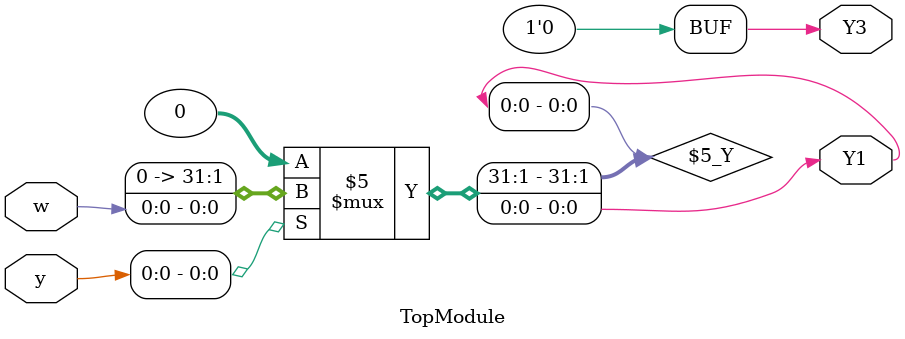
<source format=sv>

module TopModule (
  input [5:0] y,
  input w,
  output Y1,
  output Y3
);
  // Y1 is the input to the flip-flop for state y[1] (B)
  // From the state diagram:
  // If in state A (y[0] == 1), then Y1 = w (go to B if w == 1)
  // If in state B (y[1] == 1), then Y1 = 0 (stay in B)
  // If in state C (y[2] == 1), then Y3 = 0 (stay in C)
  // If in state D (y[3] == 1), then Y3 = 0 (stay in D)
  // If in state E (y[4] == 1), then Y3 = 0 (stay in E)
  // If in state F (y[5] == 1), then Y3 = 0 (stay in F)
  // If in state A (y[0] == 1), then Y3 = 0 (stay in A)
  // If in state B (y[1] == 1), then Y3 = 0 (stay in B)
  // If in state C (y[2] == 1), then Y3 = 0 (stay in C)
  // If in state D (y[3] == 1), then Y3 = 0 (stay in D)
  // If in state E (y[4] == 1), then Y3 = 0 (stay in E)
  // If in state F (y[5] == 1), then Y3 = 0 (stay in F)

  assign Y1 = (y[0] == 1) ? w : (y[1] == 1) ? 0 : 0;

  assign Y3 = (y[0] == 1) ? 0 : (y[1] == 1) ? 0 : (y[2] == 1) ? 0 : (y[3] == 1) ? 0 : (y[4] == 1) ? 0 : (y[5] == 1) ? 0 : 0;

endmodule

</source>
